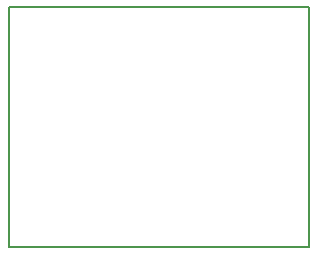
<source format=gbr>
%TF.GenerationSoftware,KiCad,Pcbnew,7.0.6*%
%TF.CreationDate,2023-09-01T18:36:08-07:00*%
%TF.ProjectId,Guitar_waveform_proj,47756974-6172-45f7-9761-7665666f726d,rev?*%
%TF.SameCoordinates,Original*%
%TF.FileFunction,Profile,NP*%
%FSLAX46Y46*%
G04 Gerber Fmt 4.6, Leading zero omitted, Abs format (unit mm)*
G04 Created by KiCad (PCBNEW 7.0.6) date 2023-09-01 18:36:08*
%MOMM*%
%LPD*%
G01*
G04 APERTURE LIST*
%TA.AperFunction,Profile*%
%ADD10C,0.200000*%
%TD*%
G04 APERTURE END LIST*
D10*
X137160000Y-78740000D02*
X162560000Y-78740000D01*
X162560000Y-99060000D01*
X137160000Y-99060000D01*
X137160000Y-78740000D01*
M02*

</source>
